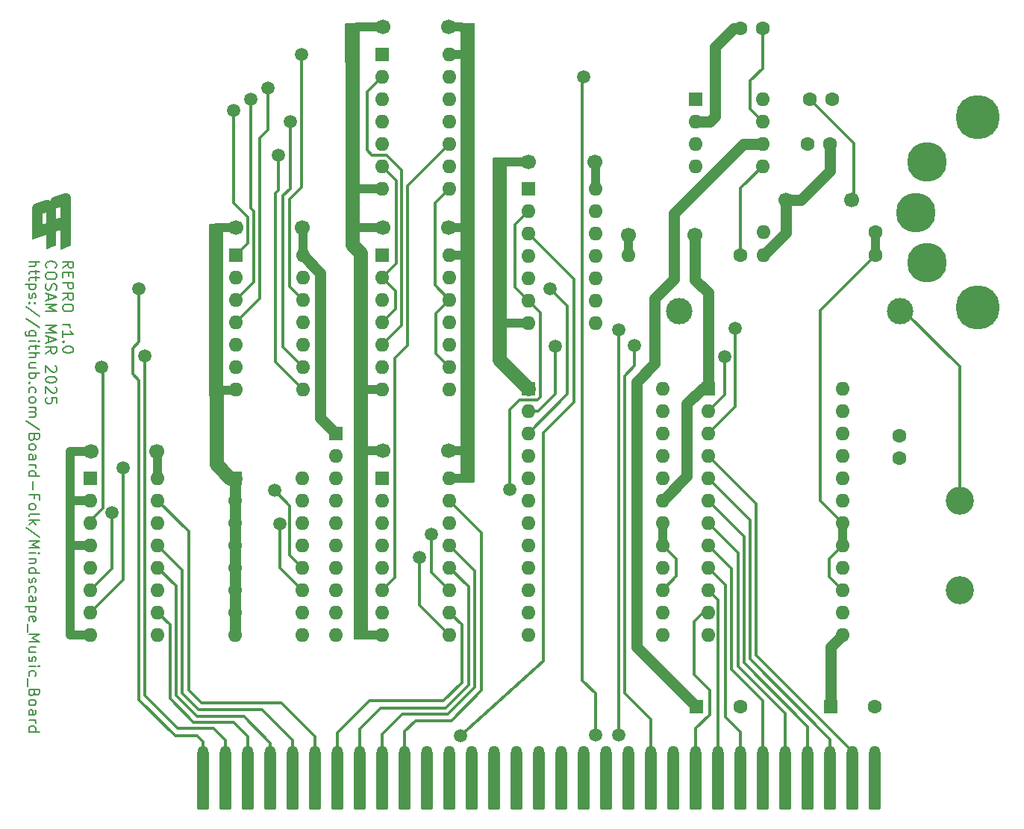
<source format=gtl>
G04 #@! TF.GenerationSoftware,KiCad,Pcbnew,8.0.9*
G04 #@! TF.CreationDate,2025-03-24T20:53:25+01:00*
G04 #@! TF.ProjectId,Mindscape_Music_Board,4d696e64-7363-4617-9065-5f4d75736963,rev?*
G04 #@! TF.SameCoordinates,Original*
G04 #@! TF.FileFunction,Copper,L1,Top*
G04 #@! TF.FilePolarity,Positive*
%FSLAX46Y46*%
G04 Gerber Fmt 4.6, Leading zero omitted, Abs format (unit mm)*
G04 Created by KiCad (PCBNEW 8.0.9) date 2025-03-24 20:53:25*
%MOMM*%
%LPD*%
G01*
G04 APERTURE LIST*
G04 Aperture macros list*
%AMRoundRect*
0 Rectangle with rounded corners*
0 $1 Rounding radius*
0 $2 $3 $4 $5 $6 $7 $8 $9 X,Y pos of 4 corners*
0 Add a 4 corners polygon primitive as box body*
4,1,4,$2,$3,$4,$5,$6,$7,$8,$9,$2,$3,0*
0 Add four circle primitives for the rounded corners*
1,1,$1+$1,$2,$3*
1,1,$1+$1,$4,$5*
1,1,$1+$1,$6,$7*
1,1,$1+$1,$8,$9*
0 Add four rect primitives between the rounded corners*
20,1,$1+$1,$2,$3,$4,$5,0*
20,1,$1+$1,$4,$5,$6,$7,0*
20,1,$1+$1,$6,$7,$8,$9,0*
20,1,$1+$1,$8,$9,$2,$3,0*%
G04 Aperture macros list end*
G04 #@! TA.AperFunction,NonConductor*
%ADD10C,0.000000*%
G04 #@! TD*
%ADD11C,0.200000*%
G04 #@! TA.AperFunction,NonConductor*
%ADD12C,0.200000*%
G04 #@! TD*
G04 #@! TA.AperFunction,ComponentPad*
%ADD13C,1.600000*%
G04 #@! TD*
G04 #@! TA.AperFunction,ComponentPad*
%ADD14R,1.600000X1.600000*%
G04 #@! TD*
G04 #@! TA.AperFunction,ComponentPad*
%ADD15C,5.000000*%
G04 #@! TD*
G04 #@! TA.AperFunction,ComponentPad*
%ADD16C,4.500000*%
G04 #@! TD*
G04 #@! TA.AperFunction,ComponentPad*
%ADD17O,1.600000X1.600000*%
G04 #@! TD*
G04 #@! TA.AperFunction,SMDPad,CuDef*
%ADD18C,1.300000*%
G04 #@! TD*
G04 #@! TA.AperFunction,SMDPad,CuDef*
%ADD19RoundRect,0.065000X-0.585000X-3.235000X0.585000X-3.235000X0.585000X3.235000X-0.585000X3.235000X0*%
G04 #@! TD*
G04 #@! TA.AperFunction,ComponentPad*
%ADD20C,3.200000*%
G04 #@! TD*
G04 #@! TA.AperFunction,ComponentPad*
%ADD21C,1.700000*%
G04 #@! TD*
G04 #@! TA.AperFunction,ComponentPad*
%ADD22C,3.000000*%
G04 #@! TD*
G04 #@! TA.AperFunction,ViaPad*
%ADD23C,1.500000*%
G04 #@! TD*
G04 #@! TA.AperFunction,Conductor*
%ADD24C,0.300000*%
G04 #@! TD*
G04 #@! TA.AperFunction,Conductor*
%ADD25C,1.000000*%
G04 #@! TD*
G04 #@! TA.AperFunction,Conductor*
%ADD26C,1.300000*%
G04 #@! TD*
G04 #@! TA.AperFunction,Conductor*
%ADD27C,1.600000*%
G04 #@! TD*
G04 APERTURE END LIST*
D10*
G04 #@! TA.AperFunction,NonConductor*
G36*
X62673071Y-72818803D02*
G01*
X62704915Y-72822421D01*
X62736248Y-72827823D01*
X62767004Y-72834960D01*
X62797114Y-72843781D01*
X62826513Y-72854233D01*
X62855132Y-72866268D01*
X62882905Y-72879833D01*
X62909764Y-72894878D01*
X62935643Y-72911352D01*
X62960473Y-72929204D01*
X62984188Y-72948383D01*
X63006721Y-72968838D01*
X63028004Y-72990519D01*
X63047971Y-73013374D01*
X63066554Y-73037353D01*
X63083686Y-73062405D01*
X63099299Y-73088478D01*
X63113328Y-73115522D01*
X63125703Y-73143487D01*
X63136360Y-73172320D01*
X63145229Y-73201972D01*
X63152244Y-73232391D01*
X63157338Y-73263526D01*
X63160444Y-73295327D01*
X63161494Y-73327743D01*
X63161494Y-78787720D01*
X61961505Y-79242979D01*
X61961505Y-77007735D01*
X61481504Y-77167726D01*
X61481504Y-78727724D01*
X60957738Y-78962231D01*
X60676946Y-79086998D01*
X60401508Y-79207725D01*
X60401508Y-77530711D01*
X58781514Y-78067733D01*
X58779071Y-75147725D01*
X59911739Y-75147725D01*
X59911739Y-76347745D01*
X60391741Y-76194235D01*
X60391741Y-74994215D01*
X59911739Y-75147725D01*
X58779071Y-75147725D01*
X58778567Y-74544475D01*
X61481504Y-74544475D01*
X61481504Y-75744495D01*
X61961505Y-75590985D01*
X61961505Y-74390965D01*
X61481504Y-74544475D01*
X58778567Y-74544475D01*
X58778506Y-74471735D01*
X58778986Y-74451698D01*
X58780410Y-74431767D01*
X58782753Y-74411966D01*
X58785990Y-74392315D01*
X58790096Y-74372837D01*
X58795047Y-74353553D01*
X58800817Y-74334486D01*
X58807381Y-74315656D01*
X58814714Y-74297085D01*
X58822793Y-74278796D01*
X58831591Y-74260811D01*
X58841083Y-74243150D01*
X58851246Y-74225836D01*
X58862053Y-74208891D01*
X58873481Y-74192336D01*
X58885504Y-74176193D01*
X58911235Y-74145231D01*
X58939048Y-74116179D01*
X58968744Y-74089211D01*
X59000122Y-74064501D01*
X59032985Y-74042225D01*
X59049910Y-74032053D01*
X59067132Y-74022555D01*
X59084625Y-74013752D01*
X59102365Y-74005666D01*
X59120326Y-73998320D01*
X59138484Y-73991734D01*
X60294227Y-73583541D01*
X60315925Y-73576211D01*
X60337512Y-73569593D01*
X60358970Y-73563702D01*
X60380276Y-73558556D01*
X60391741Y-73556178D01*
X60401412Y-73554171D01*
X60422356Y-73550564D01*
X60443090Y-73547750D01*
X60463592Y-73545747D01*
X60483842Y-73544572D01*
X60503820Y-73544240D01*
X60523506Y-73544769D01*
X60542880Y-73546174D01*
X60561921Y-73548473D01*
X60580609Y-73551682D01*
X60598924Y-73555817D01*
X60616846Y-73560895D01*
X60634354Y-73566933D01*
X60651428Y-73573947D01*
X60668049Y-73581954D01*
X60684195Y-73590970D01*
X60699847Y-73601011D01*
X60714985Y-73612095D01*
X60729587Y-73624238D01*
X60743635Y-73637456D01*
X60757107Y-73651766D01*
X60769984Y-73667185D01*
X60782245Y-73683728D01*
X60793869Y-73701414D01*
X60804838Y-73720257D01*
X60815131Y-73740275D01*
X60824726Y-73761484D01*
X60833605Y-73783901D01*
X60835021Y-73756977D01*
X60837063Y-73730912D01*
X60839722Y-73705695D01*
X60842988Y-73681314D01*
X60846852Y-73657757D01*
X60851305Y-73635011D01*
X60856336Y-73613065D01*
X60861937Y-73591907D01*
X60868098Y-73571524D01*
X60874809Y-73551904D01*
X60882061Y-73533036D01*
X60889845Y-73514907D01*
X60898151Y-73497505D01*
X60906968Y-73480819D01*
X60916289Y-73464835D01*
X60926104Y-73449543D01*
X60936402Y-73434929D01*
X60947174Y-73420982D01*
X60958412Y-73407690D01*
X60970105Y-73395040D01*
X60982244Y-73383022D01*
X60994819Y-73371622D01*
X61007821Y-73360828D01*
X61021241Y-73350629D01*
X61035068Y-73341012D01*
X61049294Y-73331965D01*
X61063909Y-73323477D01*
X61078904Y-73315534D01*
X61094268Y-73308126D01*
X61109993Y-73301240D01*
X61142485Y-73288986D01*
X61961505Y-73010786D01*
X62441507Y-72847741D01*
X62475045Y-72837438D01*
X62508542Y-72829275D01*
X62541932Y-72823203D01*
X62575146Y-72819171D01*
X62608119Y-72817128D01*
X62640783Y-72817022D01*
X62673071Y-72818803D01*
G37*
G04 #@! TD.AperFunction*
D11*
D12*
X62251123Y-81293482D02*
X62822551Y-80876816D01*
X62251123Y-80579197D02*
X63451123Y-80579197D01*
X63451123Y-80579197D02*
X63451123Y-81055387D01*
X63451123Y-81055387D02*
X63393980Y-81174435D01*
X63393980Y-81174435D02*
X63336837Y-81233958D01*
X63336837Y-81233958D02*
X63222551Y-81293482D01*
X63222551Y-81293482D02*
X63051123Y-81293482D01*
X63051123Y-81293482D02*
X62936837Y-81233958D01*
X62936837Y-81233958D02*
X62879694Y-81174435D01*
X62879694Y-81174435D02*
X62822551Y-81055387D01*
X62822551Y-81055387D02*
X62822551Y-80579197D01*
X62879694Y-81829197D02*
X62879694Y-82245863D01*
X62251123Y-82424435D02*
X62251123Y-81829197D01*
X62251123Y-81829197D02*
X63451123Y-81829197D01*
X63451123Y-81829197D02*
X63451123Y-82424435D01*
X62251123Y-82960149D02*
X63451123Y-82960149D01*
X63451123Y-82960149D02*
X63451123Y-83436339D01*
X63451123Y-83436339D02*
X63393980Y-83555387D01*
X63393980Y-83555387D02*
X63336837Y-83614910D01*
X63336837Y-83614910D02*
X63222551Y-83674434D01*
X63222551Y-83674434D02*
X63051123Y-83674434D01*
X63051123Y-83674434D02*
X62936837Y-83614910D01*
X62936837Y-83614910D02*
X62879694Y-83555387D01*
X62879694Y-83555387D02*
X62822551Y-83436339D01*
X62822551Y-83436339D02*
X62822551Y-82960149D01*
X62251123Y-84924434D02*
X62822551Y-84507768D01*
X62251123Y-84210149D02*
X63451123Y-84210149D01*
X63451123Y-84210149D02*
X63451123Y-84686339D01*
X63451123Y-84686339D02*
X63393980Y-84805387D01*
X63393980Y-84805387D02*
X63336837Y-84864910D01*
X63336837Y-84864910D02*
X63222551Y-84924434D01*
X63222551Y-84924434D02*
X63051123Y-84924434D01*
X63051123Y-84924434D02*
X62936837Y-84864910D01*
X62936837Y-84864910D02*
X62879694Y-84805387D01*
X62879694Y-84805387D02*
X62822551Y-84686339D01*
X62822551Y-84686339D02*
X62822551Y-84210149D01*
X63451123Y-85698244D02*
X63451123Y-85936339D01*
X63451123Y-85936339D02*
X63393980Y-86055387D01*
X63393980Y-86055387D02*
X63279694Y-86174434D01*
X63279694Y-86174434D02*
X63051123Y-86233958D01*
X63051123Y-86233958D02*
X62651123Y-86233958D01*
X62651123Y-86233958D02*
X62422551Y-86174434D01*
X62422551Y-86174434D02*
X62308266Y-86055387D01*
X62308266Y-86055387D02*
X62251123Y-85936339D01*
X62251123Y-85936339D02*
X62251123Y-85698244D01*
X62251123Y-85698244D02*
X62308266Y-85579196D01*
X62308266Y-85579196D02*
X62422551Y-85460149D01*
X62422551Y-85460149D02*
X62651123Y-85400625D01*
X62651123Y-85400625D02*
X63051123Y-85400625D01*
X63051123Y-85400625D02*
X63279694Y-85460149D01*
X63279694Y-85460149D02*
X63393980Y-85579196D01*
X63393980Y-85579196D02*
X63451123Y-85698244D01*
X62251123Y-87722054D02*
X63051123Y-87722054D01*
X62822551Y-87722054D02*
X62936837Y-87781577D01*
X62936837Y-87781577D02*
X62993980Y-87841101D01*
X62993980Y-87841101D02*
X63051123Y-87960149D01*
X63051123Y-87960149D02*
X63051123Y-88079196D01*
X62251123Y-89150625D02*
X62251123Y-88436340D01*
X62251123Y-88793483D02*
X63451123Y-88793483D01*
X63451123Y-88793483D02*
X63279694Y-88674435D01*
X63279694Y-88674435D02*
X63165408Y-88555387D01*
X63165408Y-88555387D02*
X63108266Y-88436340D01*
X62365408Y-89686340D02*
X62308266Y-89745863D01*
X62308266Y-89745863D02*
X62251123Y-89686340D01*
X62251123Y-89686340D02*
X62308266Y-89626816D01*
X62308266Y-89626816D02*
X62365408Y-89686340D01*
X62365408Y-89686340D02*
X62251123Y-89686340D01*
X63451123Y-90519673D02*
X63451123Y-90638720D01*
X63451123Y-90638720D02*
X63393980Y-90757768D01*
X63393980Y-90757768D02*
X63336837Y-90817292D01*
X63336837Y-90817292D02*
X63222551Y-90876816D01*
X63222551Y-90876816D02*
X62993980Y-90936339D01*
X62993980Y-90936339D02*
X62708266Y-90936339D01*
X62708266Y-90936339D02*
X62479694Y-90876816D01*
X62479694Y-90876816D02*
X62365408Y-90817292D01*
X62365408Y-90817292D02*
X62308266Y-90757768D01*
X62308266Y-90757768D02*
X62251123Y-90638720D01*
X62251123Y-90638720D02*
X62251123Y-90519673D01*
X62251123Y-90519673D02*
X62308266Y-90400625D01*
X62308266Y-90400625D02*
X62365408Y-90341101D01*
X62365408Y-90341101D02*
X62479694Y-90281578D01*
X62479694Y-90281578D02*
X62708266Y-90222054D01*
X62708266Y-90222054D02*
X62993980Y-90222054D01*
X62993980Y-90222054D02*
X63222551Y-90281578D01*
X63222551Y-90281578D02*
X63336837Y-90341101D01*
X63336837Y-90341101D02*
X63393980Y-90400625D01*
X63393980Y-90400625D02*
X63451123Y-90519673D01*
X60433475Y-81293482D02*
X60376333Y-81233958D01*
X60376333Y-81233958D02*
X60319190Y-81055387D01*
X60319190Y-81055387D02*
X60319190Y-80936339D01*
X60319190Y-80936339D02*
X60376333Y-80757768D01*
X60376333Y-80757768D02*
X60490618Y-80638720D01*
X60490618Y-80638720D02*
X60604904Y-80579197D01*
X60604904Y-80579197D02*
X60833475Y-80519673D01*
X60833475Y-80519673D02*
X61004904Y-80519673D01*
X61004904Y-80519673D02*
X61233475Y-80579197D01*
X61233475Y-80579197D02*
X61347761Y-80638720D01*
X61347761Y-80638720D02*
X61462047Y-80757768D01*
X61462047Y-80757768D02*
X61519190Y-80936339D01*
X61519190Y-80936339D02*
X61519190Y-81055387D01*
X61519190Y-81055387D02*
X61462047Y-81233958D01*
X61462047Y-81233958D02*
X61404904Y-81293482D01*
X61519190Y-82067292D02*
X61519190Y-82305387D01*
X61519190Y-82305387D02*
X61462047Y-82424435D01*
X61462047Y-82424435D02*
X61347761Y-82543482D01*
X61347761Y-82543482D02*
X61119190Y-82603006D01*
X61119190Y-82603006D02*
X60719190Y-82603006D01*
X60719190Y-82603006D02*
X60490618Y-82543482D01*
X60490618Y-82543482D02*
X60376333Y-82424435D01*
X60376333Y-82424435D02*
X60319190Y-82305387D01*
X60319190Y-82305387D02*
X60319190Y-82067292D01*
X60319190Y-82067292D02*
X60376333Y-81948244D01*
X60376333Y-81948244D02*
X60490618Y-81829197D01*
X60490618Y-81829197D02*
X60719190Y-81769673D01*
X60719190Y-81769673D02*
X61119190Y-81769673D01*
X61119190Y-81769673D02*
X61347761Y-81829197D01*
X61347761Y-81829197D02*
X61462047Y-81948244D01*
X61462047Y-81948244D02*
X61519190Y-82067292D01*
X60376333Y-83079197D02*
X60319190Y-83257768D01*
X60319190Y-83257768D02*
X60319190Y-83555387D01*
X60319190Y-83555387D02*
X60376333Y-83674435D01*
X60376333Y-83674435D02*
X60433475Y-83733959D01*
X60433475Y-83733959D02*
X60547761Y-83793482D01*
X60547761Y-83793482D02*
X60662047Y-83793482D01*
X60662047Y-83793482D02*
X60776333Y-83733959D01*
X60776333Y-83733959D02*
X60833475Y-83674435D01*
X60833475Y-83674435D02*
X60890618Y-83555387D01*
X60890618Y-83555387D02*
X60947761Y-83317292D01*
X60947761Y-83317292D02*
X61004904Y-83198244D01*
X61004904Y-83198244D02*
X61062047Y-83138721D01*
X61062047Y-83138721D02*
X61176333Y-83079197D01*
X61176333Y-83079197D02*
X61290618Y-83079197D01*
X61290618Y-83079197D02*
X61404904Y-83138721D01*
X61404904Y-83138721D02*
X61462047Y-83198244D01*
X61462047Y-83198244D02*
X61519190Y-83317292D01*
X61519190Y-83317292D02*
X61519190Y-83614911D01*
X61519190Y-83614911D02*
X61462047Y-83793482D01*
X60662047Y-84269673D02*
X60662047Y-84864911D01*
X60319190Y-84150625D02*
X61519190Y-84567292D01*
X61519190Y-84567292D02*
X60319190Y-84983958D01*
X60319190Y-85400626D02*
X61519190Y-85400626D01*
X61519190Y-85400626D02*
X60662047Y-85817292D01*
X60662047Y-85817292D02*
X61519190Y-86233959D01*
X61519190Y-86233959D02*
X60319190Y-86233959D01*
X60319190Y-87781578D02*
X61519190Y-87781578D01*
X61519190Y-87781578D02*
X60662047Y-88198244D01*
X60662047Y-88198244D02*
X61519190Y-88614911D01*
X61519190Y-88614911D02*
X60319190Y-88614911D01*
X60662047Y-89150625D02*
X60662047Y-89745863D01*
X60319190Y-89031577D02*
X61519190Y-89448244D01*
X61519190Y-89448244D02*
X60319190Y-89864910D01*
X60319190Y-90995863D02*
X60890618Y-90579197D01*
X60319190Y-90281578D02*
X61519190Y-90281578D01*
X61519190Y-90281578D02*
X61519190Y-90757768D01*
X61519190Y-90757768D02*
X61462047Y-90876816D01*
X61462047Y-90876816D02*
X61404904Y-90936339D01*
X61404904Y-90936339D02*
X61290618Y-90995863D01*
X61290618Y-90995863D02*
X61119190Y-90995863D01*
X61119190Y-90995863D02*
X61004904Y-90936339D01*
X61004904Y-90936339D02*
X60947761Y-90876816D01*
X60947761Y-90876816D02*
X60890618Y-90757768D01*
X60890618Y-90757768D02*
X60890618Y-90281578D01*
X61404904Y-92424435D02*
X61462047Y-92483959D01*
X61462047Y-92483959D02*
X61519190Y-92603006D01*
X61519190Y-92603006D02*
X61519190Y-92900625D01*
X61519190Y-92900625D02*
X61462047Y-93019673D01*
X61462047Y-93019673D02*
X61404904Y-93079197D01*
X61404904Y-93079197D02*
X61290618Y-93138720D01*
X61290618Y-93138720D02*
X61176333Y-93138720D01*
X61176333Y-93138720D02*
X61004904Y-93079197D01*
X61004904Y-93079197D02*
X60319190Y-92364911D01*
X60319190Y-92364911D02*
X60319190Y-93138720D01*
X61519190Y-93912530D02*
X61519190Y-94031577D01*
X61519190Y-94031577D02*
X61462047Y-94150625D01*
X61462047Y-94150625D02*
X61404904Y-94210149D01*
X61404904Y-94210149D02*
X61290618Y-94269673D01*
X61290618Y-94269673D02*
X61062047Y-94329196D01*
X61062047Y-94329196D02*
X60776333Y-94329196D01*
X60776333Y-94329196D02*
X60547761Y-94269673D01*
X60547761Y-94269673D02*
X60433475Y-94210149D01*
X60433475Y-94210149D02*
X60376333Y-94150625D01*
X60376333Y-94150625D02*
X60319190Y-94031577D01*
X60319190Y-94031577D02*
X60319190Y-93912530D01*
X60319190Y-93912530D02*
X60376333Y-93793482D01*
X60376333Y-93793482D02*
X60433475Y-93733958D01*
X60433475Y-93733958D02*
X60547761Y-93674435D01*
X60547761Y-93674435D02*
X60776333Y-93614911D01*
X60776333Y-93614911D02*
X61062047Y-93614911D01*
X61062047Y-93614911D02*
X61290618Y-93674435D01*
X61290618Y-93674435D02*
X61404904Y-93733958D01*
X61404904Y-93733958D02*
X61462047Y-93793482D01*
X61462047Y-93793482D02*
X61519190Y-93912530D01*
X61404904Y-94805387D02*
X61462047Y-94864911D01*
X61462047Y-94864911D02*
X61519190Y-94983958D01*
X61519190Y-94983958D02*
X61519190Y-95281577D01*
X61519190Y-95281577D02*
X61462047Y-95400625D01*
X61462047Y-95400625D02*
X61404904Y-95460149D01*
X61404904Y-95460149D02*
X61290618Y-95519672D01*
X61290618Y-95519672D02*
X61176333Y-95519672D01*
X61176333Y-95519672D02*
X61004904Y-95460149D01*
X61004904Y-95460149D02*
X60319190Y-94745863D01*
X60319190Y-94745863D02*
X60319190Y-95519672D01*
X61519190Y-96650625D02*
X61519190Y-96055387D01*
X61519190Y-96055387D02*
X60947761Y-95995863D01*
X60947761Y-95995863D02*
X61004904Y-96055387D01*
X61004904Y-96055387D02*
X61062047Y-96174434D01*
X61062047Y-96174434D02*
X61062047Y-96472053D01*
X61062047Y-96472053D02*
X61004904Y-96591101D01*
X61004904Y-96591101D02*
X60947761Y-96650625D01*
X60947761Y-96650625D02*
X60833475Y-96710148D01*
X60833475Y-96710148D02*
X60547761Y-96710148D01*
X60547761Y-96710148D02*
X60433475Y-96650625D01*
X60433475Y-96650625D02*
X60376333Y-96591101D01*
X60376333Y-96591101D02*
X60319190Y-96472053D01*
X60319190Y-96472053D02*
X60319190Y-96174434D01*
X60319190Y-96174434D02*
X60376333Y-96055387D01*
X60376333Y-96055387D02*
X60433475Y-95995863D01*
X58387257Y-80579197D02*
X59587257Y-80579197D01*
X58387257Y-81114911D02*
X59015828Y-81114911D01*
X59015828Y-81114911D02*
X59130114Y-81055387D01*
X59130114Y-81055387D02*
X59187257Y-80936339D01*
X59187257Y-80936339D02*
X59187257Y-80757768D01*
X59187257Y-80757768D02*
X59130114Y-80638720D01*
X59130114Y-80638720D02*
X59072971Y-80579197D01*
X59187257Y-81531577D02*
X59187257Y-82007768D01*
X59587257Y-81710149D02*
X58558685Y-81710149D01*
X58558685Y-81710149D02*
X58444400Y-81769672D01*
X58444400Y-81769672D02*
X58387257Y-81888720D01*
X58387257Y-81888720D02*
X58387257Y-82007768D01*
X59187257Y-82245863D02*
X59187257Y-82722054D01*
X59587257Y-82424435D02*
X58558685Y-82424435D01*
X58558685Y-82424435D02*
X58444400Y-82483958D01*
X58444400Y-82483958D02*
X58387257Y-82603006D01*
X58387257Y-82603006D02*
X58387257Y-82722054D01*
X59187257Y-83138721D02*
X57987257Y-83138721D01*
X59130114Y-83138721D02*
X59187257Y-83257768D01*
X59187257Y-83257768D02*
X59187257Y-83495863D01*
X59187257Y-83495863D02*
X59130114Y-83614911D01*
X59130114Y-83614911D02*
X59072971Y-83674435D01*
X59072971Y-83674435D02*
X58958685Y-83733959D01*
X58958685Y-83733959D02*
X58615828Y-83733959D01*
X58615828Y-83733959D02*
X58501542Y-83674435D01*
X58501542Y-83674435D02*
X58444400Y-83614911D01*
X58444400Y-83614911D02*
X58387257Y-83495863D01*
X58387257Y-83495863D02*
X58387257Y-83257768D01*
X58387257Y-83257768D02*
X58444400Y-83138721D01*
X58444400Y-84210149D02*
X58387257Y-84329196D01*
X58387257Y-84329196D02*
X58387257Y-84567292D01*
X58387257Y-84567292D02*
X58444400Y-84686339D01*
X58444400Y-84686339D02*
X58558685Y-84745863D01*
X58558685Y-84745863D02*
X58615828Y-84745863D01*
X58615828Y-84745863D02*
X58730114Y-84686339D01*
X58730114Y-84686339D02*
X58787257Y-84567292D01*
X58787257Y-84567292D02*
X58787257Y-84388720D01*
X58787257Y-84388720D02*
X58844400Y-84269673D01*
X58844400Y-84269673D02*
X58958685Y-84210149D01*
X58958685Y-84210149D02*
X59015828Y-84210149D01*
X59015828Y-84210149D02*
X59130114Y-84269673D01*
X59130114Y-84269673D02*
X59187257Y-84388720D01*
X59187257Y-84388720D02*
X59187257Y-84567292D01*
X59187257Y-84567292D02*
X59130114Y-84686339D01*
X58501542Y-85281578D02*
X58444400Y-85341101D01*
X58444400Y-85341101D02*
X58387257Y-85281578D01*
X58387257Y-85281578D02*
X58444400Y-85222054D01*
X58444400Y-85222054D02*
X58501542Y-85281578D01*
X58501542Y-85281578D02*
X58387257Y-85281578D01*
X59130114Y-85281578D02*
X59072971Y-85341101D01*
X59072971Y-85341101D02*
X59015828Y-85281578D01*
X59015828Y-85281578D02*
X59072971Y-85222054D01*
X59072971Y-85222054D02*
X59130114Y-85281578D01*
X59130114Y-85281578D02*
X59015828Y-85281578D01*
X59644400Y-86769673D02*
X58101542Y-85698244D01*
X59644400Y-88079197D02*
X58101542Y-87007768D01*
X59187257Y-89031578D02*
X58215828Y-89031578D01*
X58215828Y-89031578D02*
X58101542Y-88972054D01*
X58101542Y-88972054D02*
X58044400Y-88912530D01*
X58044400Y-88912530D02*
X57987257Y-88793483D01*
X57987257Y-88793483D02*
X57987257Y-88614911D01*
X57987257Y-88614911D02*
X58044400Y-88495864D01*
X58444400Y-89031578D02*
X58387257Y-88912530D01*
X58387257Y-88912530D02*
X58387257Y-88674435D01*
X58387257Y-88674435D02*
X58444400Y-88555387D01*
X58444400Y-88555387D02*
X58501542Y-88495864D01*
X58501542Y-88495864D02*
X58615828Y-88436340D01*
X58615828Y-88436340D02*
X58958685Y-88436340D01*
X58958685Y-88436340D02*
X59072971Y-88495864D01*
X59072971Y-88495864D02*
X59130114Y-88555387D01*
X59130114Y-88555387D02*
X59187257Y-88674435D01*
X59187257Y-88674435D02*
X59187257Y-88912530D01*
X59187257Y-88912530D02*
X59130114Y-89031578D01*
X58387257Y-89626816D02*
X59187257Y-89626816D01*
X59587257Y-89626816D02*
X59530114Y-89567292D01*
X59530114Y-89567292D02*
X59472971Y-89626816D01*
X59472971Y-89626816D02*
X59530114Y-89686339D01*
X59530114Y-89686339D02*
X59587257Y-89626816D01*
X59587257Y-89626816D02*
X59472971Y-89626816D01*
X59187257Y-90043482D02*
X59187257Y-90519673D01*
X59587257Y-90222054D02*
X58558685Y-90222054D01*
X58558685Y-90222054D02*
X58444400Y-90281577D01*
X58444400Y-90281577D02*
X58387257Y-90400625D01*
X58387257Y-90400625D02*
X58387257Y-90519673D01*
X58387257Y-90936340D02*
X59587257Y-90936340D01*
X58387257Y-91472054D02*
X59015828Y-91472054D01*
X59015828Y-91472054D02*
X59130114Y-91412530D01*
X59130114Y-91412530D02*
X59187257Y-91293482D01*
X59187257Y-91293482D02*
X59187257Y-91114911D01*
X59187257Y-91114911D02*
X59130114Y-90995863D01*
X59130114Y-90995863D02*
X59072971Y-90936340D01*
X59187257Y-92603006D02*
X58387257Y-92603006D01*
X59187257Y-92067292D02*
X58558685Y-92067292D01*
X58558685Y-92067292D02*
X58444400Y-92126815D01*
X58444400Y-92126815D02*
X58387257Y-92245863D01*
X58387257Y-92245863D02*
X58387257Y-92424434D01*
X58387257Y-92424434D02*
X58444400Y-92543482D01*
X58444400Y-92543482D02*
X58501542Y-92603006D01*
X58387257Y-93198244D02*
X59587257Y-93198244D01*
X59130114Y-93198244D02*
X59187257Y-93317291D01*
X59187257Y-93317291D02*
X59187257Y-93555386D01*
X59187257Y-93555386D02*
X59130114Y-93674434D01*
X59130114Y-93674434D02*
X59072971Y-93733958D01*
X59072971Y-93733958D02*
X58958685Y-93793482D01*
X58958685Y-93793482D02*
X58615828Y-93793482D01*
X58615828Y-93793482D02*
X58501542Y-93733958D01*
X58501542Y-93733958D02*
X58444400Y-93674434D01*
X58444400Y-93674434D02*
X58387257Y-93555386D01*
X58387257Y-93555386D02*
X58387257Y-93317291D01*
X58387257Y-93317291D02*
X58444400Y-93198244D01*
X58501542Y-94329196D02*
X58444400Y-94388719D01*
X58444400Y-94388719D02*
X58387257Y-94329196D01*
X58387257Y-94329196D02*
X58444400Y-94269672D01*
X58444400Y-94269672D02*
X58501542Y-94329196D01*
X58501542Y-94329196D02*
X58387257Y-94329196D01*
X58444400Y-95460148D02*
X58387257Y-95341100D01*
X58387257Y-95341100D02*
X58387257Y-95103005D01*
X58387257Y-95103005D02*
X58444400Y-94983957D01*
X58444400Y-94983957D02*
X58501542Y-94924434D01*
X58501542Y-94924434D02*
X58615828Y-94864910D01*
X58615828Y-94864910D02*
X58958685Y-94864910D01*
X58958685Y-94864910D02*
X59072971Y-94924434D01*
X59072971Y-94924434D02*
X59130114Y-94983957D01*
X59130114Y-94983957D02*
X59187257Y-95103005D01*
X59187257Y-95103005D02*
X59187257Y-95341100D01*
X59187257Y-95341100D02*
X59130114Y-95460148D01*
X58387257Y-96174434D02*
X58444400Y-96055386D01*
X58444400Y-96055386D02*
X58501542Y-95995863D01*
X58501542Y-95995863D02*
X58615828Y-95936339D01*
X58615828Y-95936339D02*
X58958685Y-95936339D01*
X58958685Y-95936339D02*
X59072971Y-95995863D01*
X59072971Y-95995863D02*
X59130114Y-96055386D01*
X59130114Y-96055386D02*
X59187257Y-96174434D01*
X59187257Y-96174434D02*
X59187257Y-96353005D01*
X59187257Y-96353005D02*
X59130114Y-96472053D01*
X59130114Y-96472053D02*
X59072971Y-96531577D01*
X59072971Y-96531577D02*
X58958685Y-96591101D01*
X58958685Y-96591101D02*
X58615828Y-96591101D01*
X58615828Y-96591101D02*
X58501542Y-96531577D01*
X58501542Y-96531577D02*
X58444400Y-96472053D01*
X58444400Y-96472053D02*
X58387257Y-96353005D01*
X58387257Y-96353005D02*
X58387257Y-96174434D01*
X58387257Y-97126815D02*
X59187257Y-97126815D01*
X59072971Y-97126815D02*
X59130114Y-97186338D01*
X59130114Y-97186338D02*
X59187257Y-97305386D01*
X59187257Y-97305386D02*
X59187257Y-97483957D01*
X59187257Y-97483957D02*
X59130114Y-97603005D01*
X59130114Y-97603005D02*
X59015828Y-97662529D01*
X59015828Y-97662529D02*
X58387257Y-97662529D01*
X59015828Y-97662529D02*
X59130114Y-97722053D01*
X59130114Y-97722053D02*
X59187257Y-97841100D01*
X59187257Y-97841100D02*
X59187257Y-98019672D01*
X59187257Y-98019672D02*
X59130114Y-98138719D01*
X59130114Y-98138719D02*
X59015828Y-98198243D01*
X59015828Y-98198243D02*
X58387257Y-98198243D01*
X59644400Y-99686339D02*
X58101542Y-98614910D01*
X59015828Y-100519672D02*
X58958685Y-100698244D01*
X58958685Y-100698244D02*
X58901542Y-100757767D01*
X58901542Y-100757767D02*
X58787257Y-100817291D01*
X58787257Y-100817291D02*
X58615828Y-100817291D01*
X58615828Y-100817291D02*
X58501542Y-100757767D01*
X58501542Y-100757767D02*
X58444400Y-100698244D01*
X58444400Y-100698244D02*
X58387257Y-100579196D01*
X58387257Y-100579196D02*
X58387257Y-100103006D01*
X58387257Y-100103006D02*
X59587257Y-100103006D01*
X59587257Y-100103006D02*
X59587257Y-100519672D01*
X59587257Y-100519672D02*
X59530114Y-100638720D01*
X59530114Y-100638720D02*
X59472971Y-100698244D01*
X59472971Y-100698244D02*
X59358685Y-100757767D01*
X59358685Y-100757767D02*
X59244400Y-100757767D01*
X59244400Y-100757767D02*
X59130114Y-100698244D01*
X59130114Y-100698244D02*
X59072971Y-100638720D01*
X59072971Y-100638720D02*
X59015828Y-100519672D01*
X59015828Y-100519672D02*
X59015828Y-100103006D01*
X58387257Y-101531577D02*
X58444400Y-101412529D01*
X58444400Y-101412529D02*
X58501542Y-101353006D01*
X58501542Y-101353006D02*
X58615828Y-101293482D01*
X58615828Y-101293482D02*
X58958685Y-101293482D01*
X58958685Y-101293482D02*
X59072971Y-101353006D01*
X59072971Y-101353006D02*
X59130114Y-101412529D01*
X59130114Y-101412529D02*
X59187257Y-101531577D01*
X59187257Y-101531577D02*
X59187257Y-101710148D01*
X59187257Y-101710148D02*
X59130114Y-101829196D01*
X59130114Y-101829196D02*
X59072971Y-101888720D01*
X59072971Y-101888720D02*
X58958685Y-101948244D01*
X58958685Y-101948244D02*
X58615828Y-101948244D01*
X58615828Y-101948244D02*
X58501542Y-101888720D01*
X58501542Y-101888720D02*
X58444400Y-101829196D01*
X58444400Y-101829196D02*
X58387257Y-101710148D01*
X58387257Y-101710148D02*
X58387257Y-101531577D01*
X58387257Y-103019672D02*
X59015828Y-103019672D01*
X59015828Y-103019672D02*
X59130114Y-102960148D01*
X59130114Y-102960148D02*
X59187257Y-102841100D01*
X59187257Y-102841100D02*
X59187257Y-102603005D01*
X59187257Y-102603005D02*
X59130114Y-102483958D01*
X58444400Y-103019672D02*
X58387257Y-102900624D01*
X58387257Y-102900624D02*
X58387257Y-102603005D01*
X58387257Y-102603005D02*
X58444400Y-102483958D01*
X58444400Y-102483958D02*
X58558685Y-102424434D01*
X58558685Y-102424434D02*
X58672971Y-102424434D01*
X58672971Y-102424434D02*
X58787257Y-102483958D01*
X58787257Y-102483958D02*
X58844400Y-102603005D01*
X58844400Y-102603005D02*
X58844400Y-102900624D01*
X58844400Y-102900624D02*
X58901542Y-103019672D01*
X58387257Y-103614910D02*
X59187257Y-103614910D01*
X58958685Y-103614910D02*
X59072971Y-103674433D01*
X59072971Y-103674433D02*
X59130114Y-103733957D01*
X59130114Y-103733957D02*
X59187257Y-103853005D01*
X59187257Y-103853005D02*
X59187257Y-103972052D01*
X58387257Y-104924434D02*
X59587257Y-104924434D01*
X58444400Y-104924434D02*
X58387257Y-104805386D01*
X58387257Y-104805386D02*
X58387257Y-104567291D01*
X58387257Y-104567291D02*
X58444400Y-104448243D01*
X58444400Y-104448243D02*
X58501542Y-104388720D01*
X58501542Y-104388720D02*
X58615828Y-104329196D01*
X58615828Y-104329196D02*
X58958685Y-104329196D01*
X58958685Y-104329196D02*
X59072971Y-104388720D01*
X59072971Y-104388720D02*
X59130114Y-104448243D01*
X59130114Y-104448243D02*
X59187257Y-104567291D01*
X59187257Y-104567291D02*
X59187257Y-104805386D01*
X59187257Y-104805386D02*
X59130114Y-104924434D01*
X58844400Y-105519672D02*
X58844400Y-106472053D01*
X59015828Y-107483957D02*
X59015828Y-107067291D01*
X58387257Y-107067291D02*
X59587257Y-107067291D01*
X59587257Y-107067291D02*
X59587257Y-107662529D01*
X58387257Y-108317291D02*
X58444400Y-108198243D01*
X58444400Y-108198243D02*
X58501542Y-108138720D01*
X58501542Y-108138720D02*
X58615828Y-108079196D01*
X58615828Y-108079196D02*
X58958685Y-108079196D01*
X58958685Y-108079196D02*
X59072971Y-108138720D01*
X59072971Y-108138720D02*
X59130114Y-108198243D01*
X59130114Y-108198243D02*
X59187257Y-108317291D01*
X59187257Y-108317291D02*
X59187257Y-108495862D01*
X59187257Y-108495862D02*
X59130114Y-108614910D01*
X59130114Y-108614910D02*
X59072971Y-108674434D01*
X59072971Y-108674434D02*
X58958685Y-108733958D01*
X58958685Y-108733958D02*
X58615828Y-108733958D01*
X58615828Y-108733958D02*
X58501542Y-108674434D01*
X58501542Y-108674434D02*
X58444400Y-108614910D01*
X58444400Y-108614910D02*
X58387257Y-108495862D01*
X58387257Y-108495862D02*
X58387257Y-108317291D01*
X58387257Y-109448243D02*
X58444400Y-109329195D01*
X58444400Y-109329195D02*
X58558685Y-109269672D01*
X58558685Y-109269672D02*
X59587257Y-109269672D01*
X58387257Y-109924434D02*
X59587257Y-109924434D01*
X58844400Y-110043481D02*
X58387257Y-110400624D01*
X59187257Y-110400624D02*
X58730114Y-109924434D01*
X59644400Y-111829196D02*
X58101542Y-110757767D01*
X58387257Y-112245863D02*
X59587257Y-112245863D01*
X59587257Y-112245863D02*
X58730114Y-112662529D01*
X58730114Y-112662529D02*
X59587257Y-113079196D01*
X59587257Y-113079196D02*
X58387257Y-113079196D01*
X58387257Y-113674434D02*
X59187257Y-113674434D01*
X59587257Y-113674434D02*
X59530114Y-113614910D01*
X59530114Y-113614910D02*
X59472971Y-113674434D01*
X59472971Y-113674434D02*
X59530114Y-113733957D01*
X59530114Y-113733957D02*
X59587257Y-113674434D01*
X59587257Y-113674434D02*
X59472971Y-113674434D01*
X59187257Y-114269672D02*
X58387257Y-114269672D01*
X59072971Y-114269672D02*
X59130114Y-114329195D01*
X59130114Y-114329195D02*
X59187257Y-114448243D01*
X59187257Y-114448243D02*
X59187257Y-114626814D01*
X59187257Y-114626814D02*
X59130114Y-114745862D01*
X59130114Y-114745862D02*
X59015828Y-114805386D01*
X59015828Y-114805386D02*
X58387257Y-114805386D01*
X58387257Y-115936338D02*
X59587257Y-115936338D01*
X58444400Y-115936338D02*
X58387257Y-115817290D01*
X58387257Y-115817290D02*
X58387257Y-115579195D01*
X58387257Y-115579195D02*
X58444400Y-115460147D01*
X58444400Y-115460147D02*
X58501542Y-115400624D01*
X58501542Y-115400624D02*
X58615828Y-115341100D01*
X58615828Y-115341100D02*
X58958685Y-115341100D01*
X58958685Y-115341100D02*
X59072971Y-115400624D01*
X59072971Y-115400624D02*
X59130114Y-115460147D01*
X59130114Y-115460147D02*
X59187257Y-115579195D01*
X59187257Y-115579195D02*
X59187257Y-115817290D01*
X59187257Y-115817290D02*
X59130114Y-115936338D01*
X58444400Y-116472052D02*
X58387257Y-116591099D01*
X58387257Y-116591099D02*
X58387257Y-116829195D01*
X58387257Y-116829195D02*
X58444400Y-116948242D01*
X58444400Y-116948242D02*
X58558685Y-117007766D01*
X58558685Y-117007766D02*
X58615828Y-117007766D01*
X58615828Y-117007766D02*
X58730114Y-116948242D01*
X58730114Y-116948242D02*
X58787257Y-116829195D01*
X58787257Y-116829195D02*
X58787257Y-116650623D01*
X58787257Y-116650623D02*
X58844400Y-116531576D01*
X58844400Y-116531576D02*
X58958685Y-116472052D01*
X58958685Y-116472052D02*
X59015828Y-116472052D01*
X59015828Y-116472052D02*
X59130114Y-116531576D01*
X59130114Y-116531576D02*
X59187257Y-116650623D01*
X59187257Y-116650623D02*
X59187257Y-116829195D01*
X59187257Y-116829195D02*
X59130114Y-116948242D01*
X58444400Y-118079195D02*
X58387257Y-117960147D01*
X58387257Y-117960147D02*
X58387257Y-117722052D01*
X58387257Y-117722052D02*
X58444400Y-117603004D01*
X58444400Y-117603004D02*
X58501542Y-117543481D01*
X58501542Y-117543481D02*
X58615828Y-117483957D01*
X58615828Y-117483957D02*
X58958685Y-117483957D01*
X58958685Y-117483957D02*
X59072971Y-117543481D01*
X59072971Y-117543481D02*
X59130114Y-117603004D01*
X59130114Y-117603004D02*
X59187257Y-117722052D01*
X59187257Y-117722052D02*
X59187257Y-117960147D01*
X59187257Y-117960147D02*
X59130114Y-118079195D01*
X58387257Y-119150624D02*
X59015828Y-119150624D01*
X59015828Y-119150624D02*
X59130114Y-119091100D01*
X59130114Y-119091100D02*
X59187257Y-118972052D01*
X59187257Y-118972052D02*
X59187257Y-118733957D01*
X59187257Y-118733957D02*
X59130114Y-118614910D01*
X58444400Y-119150624D02*
X58387257Y-119031576D01*
X58387257Y-119031576D02*
X58387257Y-118733957D01*
X58387257Y-118733957D02*
X58444400Y-118614910D01*
X58444400Y-118614910D02*
X58558685Y-118555386D01*
X58558685Y-118555386D02*
X58672971Y-118555386D01*
X58672971Y-118555386D02*
X58787257Y-118614910D01*
X58787257Y-118614910D02*
X58844400Y-118733957D01*
X58844400Y-118733957D02*
X58844400Y-119031576D01*
X58844400Y-119031576D02*
X58901542Y-119150624D01*
X59187257Y-119745862D02*
X57987257Y-119745862D01*
X59130114Y-119745862D02*
X59187257Y-119864909D01*
X59187257Y-119864909D02*
X59187257Y-120103004D01*
X59187257Y-120103004D02*
X59130114Y-120222052D01*
X59130114Y-120222052D02*
X59072971Y-120281576D01*
X59072971Y-120281576D02*
X58958685Y-120341100D01*
X58958685Y-120341100D02*
X58615828Y-120341100D01*
X58615828Y-120341100D02*
X58501542Y-120281576D01*
X58501542Y-120281576D02*
X58444400Y-120222052D01*
X58444400Y-120222052D02*
X58387257Y-120103004D01*
X58387257Y-120103004D02*
X58387257Y-119864909D01*
X58387257Y-119864909D02*
X58444400Y-119745862D01*
X58444400Y-121353004D02*
X58387257Y-121233956D01*
X58387257Y-121233956D02*
X58387257Y-120995861D01*
X58387257Y-120995861D02*
X58444400Y-120876814D01*
X58444400Y-120876814D02*
X58558685Y-120817290D01*
X58558685Y-120817290D02*
X59015828Y-120817290D01*
X59015828Y-120817290D02*
X59130114Y-120876814D01*
X59130114Y-120876814D02*
X59187257Y-120995861D01*
X59187257Y-120995861D02*
X59187257Y-121233956D01*
X59187257Y-121233956D02*
X59130114Y-121353004D01*
X59130114Y-121353004D02*
X59015828Y-121412528D01*
X59015828Y-121412528D02*
X58901542Y-121412528D01*
X58901542Y-121412528D02*
X58787257Y-120817290D01*
X58272971Y-121650624D02*
X58272971Y-122603004D01*
X58387257Y-122900624D02*
X59587257Y-122900624D01*
X59587257Y-122900624D02*
X58730114Y-123317290D01*
X58730114Y-123317290D02*
X59587257Y-123733957D01*
X59587257Y-123733957D02*
X58387257Y-123733957D01*
X59187257Y-124864909D02*
X58387257Y-124864909D01*
X59187257Y-124329195D02*
X58558685Y-124329195D01*
X58558685Y-124329195D02*
X58444400Y-124388718D01*
X58444400Y-124388718D02*
X58387257Y-124507766D01*
X58387257Y-124507766D02*
X58387257Y-124686337D01*
X58387257Y-124686337D02*
X58444400Y-124805385D01*
X58444400Y-124805385D02*
X58501542Y-124864909D01*
X58444400Y-125400623D02*
X58387257Y-125519670D01*
X58387257Y-125519670D02*
X58387257Y-125757766D01*
X58387257Y-125757766D02*
X58444400Y-125876813D01*
X58444400Y-125876813D02*
X58558685Y-125936337D01*
X58558685Y-125936337D02*
X58615828Y-125936337D01*
X58615828Y-125936337D02*
X58730114Y-125876813D01*
X58730114Y-125876813D02*
X58787257Y-125757766D01*
X58787257Y-125757766D02*
X58787257Y-125579194D01*
X58787257Y-125579194D02*
X58844400Y-125460147D01*
X58844400Y-125460147D02*
X58958685Y-125400623D01*
X58958685Y-125400623D02*
X59015828Y-125400623D01*
X59015828Y-125400623D02*
X59130114Y-125460147D01*
X59130114Y-125460147D02*
X59187257Y-125579194D01*
X59187257Y-125579194D02*
X59187257Y-125757766D01*
X59187257Y-125757766D02*
X59130114Y-125876813D01*
X58387257Y-126472052D02*
X59187257Y-126472052D01*
X59587257Y-126472052D02*
X59530114Y-126412528D01*
X59530114Y-126412528D02*
X59472971Y-126472052D01*
X59472971Y-126472052D02*
X59530114Y-126531575D01*
X59530114Y-126531575D02*
X59587257Y-126472052D01*
X59587257Y-126472052D02*
X59472971Y-126472052D01*
X58444400Y-127603004D02*
X58387257Y-127483956D01*
X58387257Y-127483956D02*
X58387257Y-127245861D01*
X58387257Y-127245861D02*
X58444400Y-127126813D01*
X58444400Y-127126813D02*
X58501542Y-127067290D01*
X58501542Y-127067290D02*
X58615828Y-127007766D01*
X58615828Y-127007766D02*
X58958685Y-127007766D01*
X58958685Y-127007766D02*
X59072971Y-127067290D01*
X59072971Y-127067290D02*
X59130114Y-127126813D01*
X59130114Y-127126813D02*
X59187257Y-127245861D01*
X59187257Y-127245861D02*
X59187257Y-127483956D01*
X59187257Y-127483956D02*
X59130114Y-127603004D01*
X58272971Y-127841100D02*
X58272971Y-128793480D01*
X59015828Y-129507766D02*
X58958685Y-129686338D01*
X58958685Y-129686338D02*
X58901542Y-129745861D01*
X58901542Y-129745861D02*
X58787257Y-129805385D01*
X58787257Y-129805385D02*
X58615828Y-129805385D01*
X58615828Y-129805385D02*
X58501542Y-129745861D01*
X58501542Y-129745861D02*
X58444400Y-129686338D01*
X58444400Y-129686338D02*
X58387257Y-129567290D01*
X58387257Y-129567290D02*
X58387257Y-129091100D01*
X58387257Y-129091100D02*
X59587257Y-129091100D01*
X59587257Y-129091100D02*
X59587257Y-129507766D01*
X59587257Y-129507766D02*
X59530114Y-129626814D01*
X59530114Y-129626814D02*
X59472971Y-129686338D01*
X59472971Y-129686338D02*
X59358685Y-129745861D01*
X59358685Y-129745861D02*
X59244400Y-129745861D01*
X59244400Y-129745861D02*
X59130114Y-129686338D01*
X59130114Y-129686338D02*
X59072971Y-129626814D01*
X59072971Y-129626814D02*
X59015828Y-129507766D01*
X59015828Y-129507766D02*
X59015828Y-129091100D01*
X58387257Y-130519671D02*
X58444400Y-130400623D01*
X58444400Y-130400623D02*
X58501542Y-130341100D01*
X58501542Y-130341100D02*
X58615828Y-130281576D01*
X58615828Y-130281576D02*
X58958685Y-130281576D01*
X58958685Y-130281576D02*
X59072971Y-130341100D01*
X59072971Y-130341100D02*
X59130114Y-130400623D01*
X59130114Y-130400623D02*
X59187257Y-130519671D01*
X59187257Y-130519671D02*
X59187257Y-130698242D01*
X59187257Y-130698242D02*
X59130114Y-130817290D01*
X59130114Y-130817290D02*
X59072971Y-130876814D01*
X59072971Y-130876814D02*
X58958685Y-130936338D01*
X58958685Y-130936338D02*
X58615828Y-130936338D01*
X58615828Y-130936338D02*
X58501542Y-130876814D01*
X58501542Y-130876814D02*
X58444400Y-130817290D01*
X58444400Y-130817290D02*
X58387257Y-130698242D01*
X58387257Y-130698242D02*
X58387257Y-130519671D01*
X58387257Y-132007766D02*
X59015828Y-132007766D01*
X59015828Y-132007766D02*
X59130114Y-131948242D01*
X59130114Y-131948242D02*
X59187257Y-131829194D01*
X59187257Y-131829194D02*
X59187257Y-131591099D01*
X59187257Y-131591099D02*
X59130114Y-131472052D01*
X58444400Y-132007766D02*
X58387257Y-131888718D01*
X58387257Y-131888718D02*
X58387257Y-131591099D01*
X58387257Y-131591099D02*
X58444400Y-131472052D01*
X58444400Y-131472052D02*
X58558685Y-131412528D01*
X58558685Y-131412528D02*
X58672971Y-131412528D01*
X58672971Y-131412528D02*
X58787257Y-131472052D01*
X58787257Y-131472052D02*
X58844400Y-131591099D01*
X58844400Y-131591099D02*
X58844400Y-131888718D01*
X58844400Y-131888718D02*
X58901542Y-132007766D01*
X58387257Y-132603004D02*
X59187257Y-132603004D01*
X58958685Y-132603004D02*
X59072971Y-132662527D01*
X59072971Y-132662527D02*
X59130114Y-132722051D01*
X59130114Y-132722051D02*
X59187257Y-132841099D01*
X59187257Y-132841099D02*
X59187257Y-132960146D01*
X58387257Y-133912528D02*
X59587257Y-133912528D01*
X58444400Y-133912528D02*
X58387257Y-133793480D01*
X58387257Y-133793480D02*
X58387257Y-133555385D01*
X58387257Y-133555385D02*
X58444400Y-133436337D01*
X58444400Y-133436337D02*
X58501542Y-133376814D01*
X58501542Y-133376814D02*
X58615828Y-133317290D01*
X58615828Y-133317290D02*
X58958685Y-133317290D01*
X58958685Y-133317290D02*
X59072971Y-133376814D01*
X59072971Y-133376814D02*
X59130114Y-133436337D01*
X59130114Y-133436337D02*
X59187257Y-133555385D01*
X59187257Y-133555385D02*
X59187257Y-133793480D01*
X59187257Y-133793480D02*
X59130114Y-133912528D01*
D13*
X146770000Y-67220000D03*
X149270000Y-67220000D03*
X157140000Y-102860000D03*
X157140000Y-100360000D03*
X141615113Y-54150000D03*
X139115113Y-54150000D03*
X147000000Y-62160000D03*
X149500000Y-62160000D03*
D14*
X149330000Y-131050000D03*
D13*
X154330000Y-131050000D03*
D14*
X134090000Y-131050000D03*
D13*
X139090000Y-131050000D03*
D15*
X166020000Y-64195000D03*
X166020000Y-85785000D03*
D16*
X160305000Y-69275000D03*
X159035000Y-74990000D03*
X160305000Y-80705000D03*
D14*
X135430000Y-94980000D03*
D17*
X135430000Y-97520000D03*
X135430000Y-100060000D03*
X135430000Y-102600000D03*
X135430000Y-105140000D03*
X135430000Y-107680000D03*
X135430000Y-110220000D03*
X135430000Y-112760000D03*
X135430000Y-115300000D03*
X135430000Y-117840000D03*
X135430000Y-120380000D03*
X135430000Y-122920000D03*
X150670000Y-122920000D03*
X150670000Y-120380000D03*
X150670000Y-117840000D03*
X150670000Y-115300000D03*
X150670000Y-112760000D03*
X150670000Y-110220000D03*
X150670000Y-107680000D03*
X150670000Y-105140000D03*
X150670000Y-102600000D03*
X150670000Y-100060000D03*
X150670000Y-97520000D03*
X150670000Y-94980000D03*
D14*
X115040000Y-94980000D03*
D17*
X115040000Y-97520000D03*
X115040000Y-100060000D03*
X115040000Y-102600000D03*
X115040000Y-105140000D03*
X115040000Y-107680000D03*
X115040000Y-110220000D03*
X115040000Y-112760000D03*
X115040000Y-115300000D03*
X115040000Y-117840000D03*
X115040000Y-120380000D03*
X115040000Y-122920000D03*
X130280000Y-122920000D03*
X130280000Y-120380000D03*
X130280000Y-117840000D03*
X130280000Y-115300000D03*
X130280000Y-112760000D03*
X130280000Y-110220000D03*
X130280000Y-107680000D03*
X130280000Y-105140000D03*
X130280000Y-102600000D03*
X130280000Y-100060000D03*
X130280000Y-97520000D03*
X130280000Y-94980000D03*
D18*
X154370000Y-136145000D03*
D19*
X154370000Y-139420000D03*
D18*
X151830000Y-136145000D03*
D19*
X151830000Y-139420000D03*
D18*
X149290000Y-136145000D03*
D19*
X149290000Y-139420000D03*
D18*
X146750000Y-136145000D03*
D19*
X146750000Y-139420000D03*
D18*
X144210000Y-136145000D03*
D19*
X144210000Y-139420000D03*
D18*
X141670000Y-136145000D03*
D19*
X141670000Y-139420000D03*
D18*
X139130000Y-136145000D03*
D19*
X139130000Y-139420000D03*
D18*
X136590000Y-136145000D03*
D19*
X136590000Y-139420000D03*
D18*
X134050000Y-136145000D03*
D19*
X134050000Y-139420000D03*
D18*
X131510000Y-136145000D03*
D19*
X131510000Y-139420000D03*
D18*
X128970000Y-136145000D03*
D19*
X128970000Y-139420000D03*
D18*
X126430000Y-136145000D03*
D19*
X126430000Y-139420000D03*
D18*
X123890000Y-136145000D03*
D19*
X123890000Y-139420000D03*
D18*
X121350000Y-136145000D03*
D19*
X121350000Y-139420000D03*
D18*
X118810000Y-136145000D03*
D19*
X118810000Y-139420000D03*
D18*
X116270000Y-136145000D03*
D19*
X116270000Y-139420000D03*
D18*
X113730000Y-136145000D03*
D19*
X113730000Y-139420000D03*
D18*
X111190000Y-136145000D03*
D19*
X111190000Y-139420000D03*
D18*
X108650000Y-136145000D03*
D19*
X108650000Y-139420000D03*
D18*
X106110000Y-136145000D03*
D19*
X106110000Y-139420000D03*
D18*
X103570000Y-136145000D03*
D19*
X103570000Y-139420000D03*
D18*
X101030000Y-136145000D03*
D19*
X101030000Y-139420000D03*
D18*
X98490000Y-136145000D03*
D19*
X98490000Y-139420000D03*
D18*
X95950000Y-136145000D03*
D19*
X95950000Y-139420000D03*
D18*
X93410000Y-136145000D03*
D19*
X93410000Y-139420000D03*
D18*
X90870000Y-136145000D03*
D19*
X90870000Y-139420000D03*
D18*
X88330000Y-136145000D03*
D19*
X88330000Y-139420000D03*
D18*
X85790000Y-136145000D03*
D19*
X85790000Y-139420000D03*
D18*
X83250000Y-136145000D03*
D19*
X83250000Y-139420000D03*
D18*
X80710000Y-136145000D03*
D19*
X80710000Y-139420000D03*
D18*
X78170000Y-136145000D03*
D19*
X78170000Y-139420000D03*
D20*
X164010000Y-117860000D03*
X164010000Y-107700000D03*
D14*
X81790000Y-105140000D03*
D17*
X81790000Y-107680000D03*
X81790000Y-110220000D03*
X81790000Y-112760000D03*
X81790000Y-115300000D03*
X81790000Y-117840000D03*
X81790000Y-120380000D03*
X81790000Y-122920000D03*
X89410000Y-122920000D03*
X89410000Y-120380000D03*
X89410000Y-117840000D03*
X89410000Y-115300000D03*
X89410000Y-112760000D03*
X89410000Y-110220000D03*
X89410000Y-107680000D03*
X89410000Y-105140000D03*
D21*
X89400000Y-76760000D03*
X81900000Y-76760000D03*
D13*
X139140000Y-79890000D03*
D17*
X126440000Y-79890000D03*
D21*
X72930000Y-102100000D03*
X65430000Y-102100000D03*
D14*
X134030000Y-62140000D03*
D17*
X134030000Y-64680000D03*
X134030000Y-67220000D03*
X134030000Y-69760000D03*
X141650000Y-69760000D03*
X141650000Y-67220000D03*
X141650000Y-64680000D03*
X141650000Y-62140000D03*
D22*
X132200000Y-86160000D03*
X157200000Y-86160000D03*
D14*
X65380000Y-105140000D03*
D17*
X65380000Y-107680000D03*
X65380000Y-110220000D03*
X65380000Y-112760000D03*
X65380000Y-115300000D03*
X65380000Y-117840000D03*
X65380000Y-120380000D03*
X65380000Y-122920000D03*
X73000000Y-122920000D03*
X73000000Y-120380000D03*
X73000000Y-117840000D03*
X73000000Y-115300000D03*
X73000000Y-112760000D03*
X73000000Y-110220000D03*
X73000000Y-107680000D03*
X73000000Y-105140000D03*
D21*
X151760000Y-73560000D03*
X144260000Y-73560000D03*
D14*
X98480000Y-57065000D03*
D17*
X98480000Y-59605000D03*
X98480000Y-62145000D03*
X98480000Y-64685000D03*
X98480000Y-67225000D03*
X98480000Y-69765000D03*
X98480000Y-72305000D03*
X106100000Y-72305000D03*
X106100000Y-69765000D03*
X106100000Y-67225000D03*
X106100000Y-64685000D03*
X106100000Y-62145000D03*
X106100000Y-59605000D03*
X106100000Y-57065000D03*
D21*
X126440000Y-77540000D03*
X133940000Y-77540000D03*
X106030000Y-102030000D03*
X98530000Y-102030000D03*
D14*
X98480000Y-105140000D03*
D17*
X98480000Y-107680000D03*
X98480000Y-110220000D03*
X98480000Y-112760000D03*
X98480000Y-115300000D03*
X98480000Y-117840000D03*
X98480000Y-120380000D03*
X98480000Y-122920000D03*
X106100000Y-122920000D03*
X106100000Y-120380000D03*
X106100000Y-117840000D03*
X106100000Y-115300000D03*
X106100000Y-112760000D03*
X106100000Y-110220000D03*
X106100000Y-107680000D03*
X106100000Y-105140000D03*
D14*
X93230000Y-100060000D03*
D17*
X93230000Y-102600000D03*
X93230000Y-105140000D03*
X93230000Y-107680000D03*
X93230000Y-110220000D03*
X93230000Y-112760000D03*
X93230000Y-115300000D03*
X93230000Y-117840000D03*
X93230000Y-120380000D03*
X93230000Y-122920000D03*
D13*
X154430000Y-77190000D03*
D17*
X141730000Y-77190000D03*
D14*
X115040000Y-72290000D03*
D17*
X115040000Y-74830000D03*
X115040000Y-77370000D03*
X115040000Y-79910000D03*
X115040000Y-82450000D03*
X115040000Y-84990000D03*
X115040000Y-87530000D03*
X122660000Y-87530000D03*
X122660000Y-84990000D03*
X122660000Y-82450000D03*
X122660000Y-79910000D03*
X122660000Y-77370000D03*
X122660000Y-74830000D03*
X122660000Y-72290000D03*
D14*
X98480000Y-79855000D03*
D17*
X98480000Y-82395000D03*
X98480000Y-84935000D03*
X98480000Y-87475000D03*
X98480000Y-90015000D03*
X98480000Y-92555000D03*
X98480000Y-95095000D03*
X106100000Y-95095000D03*
X106100000Y-92555000D03*
X106100000Y-90015000D03*
X106100000Y-87475000D03*
X106100000Y-84935000D03*
X106100000Y-82395000D03*
X106100000Y-79855000D03*
D21*
X122590000Y-69300000D03*
X115090000Y-69300000D03*
D13*
X154425000Y-79890000D03*
D17*
X141725000Y-79890000D03*
D14*
X81850000Y-79855000D03*
D17*
X81850000Y-82395000D03*
X81850000Y-84935000D03*
X81850000Y-87475000D03*
X81850000Y-90015000D03*
X81850000Y-92555000D03*
X81850000Y-95095000D03*
X89470000Y-95095000D03*
X89470000Y-92555000D03*
X89470000Y-90015000D03*
X89470000Y-87475000D03*
X89470000Y-84935000D03*
X89470000Y-82395000D03*
X89470000Y-79855000D03*
D21*
X106030000Y-76760000D03*
X98530000Y-76760000D03*
X106030000Y-53980000D03*
X98530000Y-53980000D03*
D23*
X112990000Y-106460000D03*
X104100000Y-111520000D03*
X86880000Y-110350000D03*
X86240000Y-106530000D03*
X102720000Y-114120000D03*
X122680000Y-134300000D03*
X121310000Y-59610000D03*
X125270000Y-88310000D03*
X125270000Y-134310000D03*
X107380000Y-134360000D03*
X127090000Y-90070000D03*
X88020000Y-64680000D03*
X71520000Y-91310000D03*
X70890000Y-83680000D03*
X137300000Y-91370000D03*
X118090000Y-90160000D03*
X117500000Y-83670000D03*
X138490000Y-88160000D03*
X67810000Y-109100000D03*
X69060000Y-104000000D03*
X83540000Y-62140000D03*
X81660000Y-63420000D03*
X85540000Y-60880000D03*
X66610000Y-92560000D03*
X89290000Y-57050000D03*
X86740000Y-68510000D03*
D24*
X98480000Y-69765000D02*
X100060000Y-71345000D01*
X100060000Y-80815000D02*
X98480000Y-82395000D01*
X100060000Y-71345000D02*
X100060000Y-80815000D01*
X100030000Y-83945000D02*
X100030000Y-85925000D01*
X98480000Y-82395000D02*
X100030000Y-83945000D01*
X100030000Y-85925000D02*
X98480000Y-87475000D01*
X140210000Y-125680000D02*
X140210000Y-109920000D01*
X149290000Y-136145000D02*
X149290000Y-134760000D01*
X140210000Y-109920000D02*
X135430000Y-105140000D01*
X149290000Y-134760000D02*
X140210000Y-125680000D01*
X140900000Y-108070000D02*
X135430000Y-102600000D01*
X151830000Y-136145000D02*
X140900000Y-125215000D01*
X140900000Y-125215000D02*
X140900000Y-108070000D01*
X136590000Y-136145000D02*
X136590000Y-119000000D01*
X136590000Y-119000000D02*
X135430000Y-117840000D01*
X141670000Y-136145000D02*
X141670000Y-130380000D01*
X138090000Y-115420000D02*
X135430000Y-112760000D01*
X141670000Y-130380000D02*
X138090000Y-126800000D01*
X138090000Y-126800000D02*
X138090000Y-115420000D01*
X138870000Y-126470000D02*
X138870000Y-113660000D01*
X144210000Y-136145000D02*
X144210000Y-131810000D01*
X138870000Y-113660000D02*
X135430000Y-110220000D01*
X144210000Y-131810000D02*
X138870000Y-126470000D01*
X139130000Y-136145000D02*
X139130000Y-133990000D01*
X139130000Y-133990000D02*
X137420000Y-132280000D01*
X137420000Y-117290000D02*
X135430000Y-115300000D01*
X137420000Y-132280000D02*
X137420000Y-117290000D01*
X139530000Y-126110000D02*
X139530000Y-111780000D01*
X146750000Y-136145000D02*
X146750000Y-133330000D01*
X146750000Y-133330000D02*
X139530000Y-126110000D01*
X139530000Y-111780000D02*
X135430000Y-107680000D01*
X134050000Y-136145000D02*
X134050000Y-133570000D01*
X133850000Y-127440000D02*
X133850000Y-121400000D01*
X134870000Y-120380000D02*
X135430000Y-120380000D01*
X134050000Y-133570000D02*
X135640000Y-131980000D01*
X133850000Y-121400000D02*
X134870000Y-120380000D01*
X135640000Y-129230000D02*
X133850000Y-127440000D01*
X135640000Y-131980000D02*
X135640000Y-129230000D01*
X116430000Y-95900000D02*
X116430000Y-86380000D01*
X112990000Y-97350000D02*
X114070000Y-96270000D01*
X114070000Y-96270000D02*
X116060000Y-96270000D01*
X113520000Y-83470000D02*
X113520000Y-76350000D01*
X116060000Y-96270000D02*
X116430000Y-95900000D01*
X112990000Y-106460000D02*
X112990000Y-97350000D01*
X113520000Y-76350000D02*
X115040000Y-74830000D01*
X115040000Y-84990000D02*
X113520000Y-83470000D01*
X116430000Y-86380000D02*
X115040000Y-84990000D01*
D25*
X115090000Y-69300000D02*
X112230000Y-69300000D01*
D26*
X134810000Y-94980000D02*
X135430000Y-94980000D01*
D25*
X63090000Y-112760000D02*
X63080000Y-112770000D01*
D26*
X130280000Y-107680000D02*
X133050000Y-104910000D01*
D25*
X79670000Y-95140000D02*
X79660000Y-95130000D01*
D26*
X135670000Y-64680000D02*
X134030000Y-64680000D01*
D25*
X98530000Y-102030000D02*
X96035000Y-102030000D01*
D26*
X139115113Y-54150000D02*
X138370000Y-54150000D01*
X144260000Y-77320000D02*
X141700000Y-79880000D01*
D25*
X65380000Y-112760000D02*
X63090000Y-112760000D01*
D27*
X81790000Y-105140000D02*
X81200000Y-105140000D01*
D26*
X149270000Y-70290000D02*
X146000000Y-73560000D01*
D27*
X96035000Y-122475000D02*
X96035000Y-102030000D01*
D25*
X63080000Y-107690000D02*
X63080000Y-102100000D01*
D26*
X135430000Y-94980000D02*
X135430000Y-84110000D01*
D25*
X95070000Y-54520000D02*
X95610000Y-53980000D01*
X95075000Y-72305000D02*
X95070000Y-72310000D01*
D27*
X95070000Y-76760000D02*
X95070000Y-72310000D01*
D26*
X138370000Y-54150000D02*
X136260000Y-56260000D01*
D25*
X63090000Y-107680000D02*
X65380000Y-107680000D01*
X96480000Y-122920000D02*
X96035000Y-122475000D01*
D27*
X111800000Y-87530000D02*
X111800000Y-91740000D01*
D26*
X136260000Y-56260000D02*
X136260000Y-64090000D01*
D27*
X95070000Y-78670000D02*
X95070000Y-76760000D01*
X95070000Y-72310000D02*
X95070000Y-54520000D01*
D26*
X133050000Y-104910000D02*
X133050000Y-96740000D01*
D25*
X96035000Y-95095000D02*
X96030000Y-95100000D01*
D27*
X111800000Y-69730000D02*
X111800000Y-87530000D01*
D25*
X79660000Y-95130000D02*
X79660000Y-76760000D01*
D26*
X136260000Y-64090000D02*
X135670000Y-64680000D01*
D25*
X98480000Y-95095000D02*
X96035000Y-95095000D01*
X63080000Y-107690000D02*
X63090000Y-107680000D01*
D27*
X96030000Y-95100000D02*
X96030000Y-79630000D01*
D25*
X112230000Y-69300000D02*
X111800000Y-69730000D01*
X115040000Y-87530000D02*
X111800000Y-87530000D01*
X63080000Y-122920000D02*
X63080000Y-112770000D01*
D26*
X144260000Y-73560000D02*
X144260000Y-77320000D01*
D25*
X98480000Y-122920000D02*
X96480000Y-122920000D01*
X95610000Y-53980000D02*
X98530000Y-53980000D01*
D27*
X96030000Y-79630000D02*
X95070000Y-78670000D01*
D25*
X63080000Y-112770000D02*
X63080000Y-107690000D01*
D26*
X149270000Y-67220000D02*
X149270000Y-70290000D01*
D27*
X111800000Y-91740000D02*
X115040000Y-94980000D01*
X81200000Y-105140000D02*
X79660000Y-103600000D01*
D26*
X133940000Y-82620000D02*
X133940000Y-77540000D01*
X135430000Y-84110000D02*
X133940000Y-82620000D01*
X133050000Y-96740000D02*
X134810000Y-94980000D01*
D25*
X63080000Y-102100000D02*
X65430000Y-102100000D01*
D27*
X96035000Y-102030000D02*
X96035000Y-95095000D01*
D25*
X98480000Y-72305000D02*
X95075000Y-72305000D01*
X81850000Y-95095000D02*
X81805000Y-95140000D01*
X98530000Y-76760000D02*
X95070000Y-76760000D01*
X81805000Y-95140000D02*
X79670000Y-95140000D01*
X79660000Y-76760000D02*
X81900000Y-76760000D01*
D26*
X146000000Y-73560000D02*
X144260000Y-73560000D01*
D27*
X79660000Y-103600000D02*
X79660000Y-95130000D01*
D26*
X81790000Y-105140000D02*
X81790000Y-122920000D01*
D25*
X65380000Y-122920000D02*
X63080000Y-122920000D01*
X107470000Y-53980000D02*
X106030000Y-53980000D01*
X108155000Y-54665000D02*
X107470000Y-53980000D01*
D26*
X91480000Y-81865000D02*
X91480000Y-98310000D01*
D25*
X73000000Y-102170000D02*
X72930000Y-102100000D01*
X108150000Y-104590000D02*
X108150000Y-102030000D01*
D26*
X89470000Y-79855000D02*
X91480000Y-81865000D01*
D27*
X108155000Y-76760000D02*
X108155000Y-57065000D01*
D25*
X106100000Y-105140000D02*
X107600000Y-105140000D01*
X108155000Y-57065000D02*
X108160000Y-57060000D01*
D26*
X91480000Y-98310000D02*
X93230000Y-100060000D01*
D25*
X106030000Y-102030000D02*
X108150000Y-102030000D01*
D27*
X108155000Y-79855000D02*
X108155000Y-76760000D01*
D25*
X106030000Y-76760000D02*
X108155000Y-76760000D01*
X108155000Y-57065000D02*
X106100000Y-57065000D01*
D27*
X108155000Y-57065000D02*
X108155000Y-54665000D01*
D25*
X73000000Y-105140000D02*
X73000000Y-102170000D01*
D26*
X149330000Y-124260000D02*
X150670000Y-122920000D01*
D27*
X108150000Y-102030000D02*
X108150000Y-79860000D01*
D25*
X89470000Y-76830000D02*
X89400000Y-76760000D01*
X107600000Y-105140000D02*
X108150000Y-104590000D01*
X89470000Y-79855000D02*
X89470000Y-76830000D01*
X108150000Y-79860000D02*
X108155000Y-79855000D01*
D26*
X149330000Y-131050000D02*
X149330000Y-124260000D01*
D25*
X108155000Y-79855000D02*
X106100000Y-79855000D01*
X122660000Y-69370000D02*
X122590000Y-69300000D01*
X122660000Y-72290000D02*
X122660000Y-69370000D01*
D24*
X81620000Y-132860000D02*
X77070000Y-132860000D01*
X83250000Y-136145000D02*
X83250000Y-134490000D01*
X83250000Y-134490000D02*
X81620000Y-132860000D01*
X74390000Y-130180000D02*
X74390000Y-121770000D01*
X77070000Y-132860000D02*
X74390000Y-130180000D01*
X74390000Y-121770000D02*
X73000000Y-120380000D01*
X82790000Y-132190000D02*
X77440000Y-132190000D01*
X85790000Y-135190000D02*
X82790000Y-132190000D01*
X75080000Y-117380000D02*
X73000000Y-115300000D01*
X75080000Y-129830000D02*
X75080000Y-117380000D01*
X85790000Y-136145000D02*
X85790000Y-135190000D01*
X77440000Y-132190000D02*
X75080000Y-129830000D01*
X75780000Y-115540000D02*
X73000000Y-112760000D01*
X75780000Y-129540000D02*
X75780000Y-115540000D01*
X88330000Y-134920000D02*
X84800000Y-131390000D01*
X77630000Y-131390000D02*
X75780000Y-129540000D01*
X88330000Y-136145000D02*
X88330000Y-134920000D01*
X84800000Y-131390000D02*
X77630000Y-131390000D01*
X87040000Y-130670000D02*
X78000000Y-130670000D01*
X76540000Y-129210000D02*
X76540000Y-111220000D01*
X78000000Y-130670000D02*
X76540000Y-129210000D01*
X76540000Y-111220000D02*
X73000000Y-107680000D01*
X90870000Y-134500000D02*
X87040000Y-130670000D01*
X90870000Y-136145000D02*
X90870000Y-134500000D01*
X104100000Y-115840000D02*
X106100000Y-117840000D01*
X104100000Y-111520000D02*
X104100000Y-115840000D01*
X86880000Y-110350000D02*
X86880000Y-115310000D01*
X86880000Y-115310000D02*
X89410000Y-117840000D01*
X87980000Y-108270000D02*
X87980000Y-113870000D01*
X86240000Y-106530000D02*
X87980000Y-108270000D01*
X87980000Y-113870000D02*
X89410000Y-115300000D01*
X102720000Y-114120000D02*
X102720000Y-119540000D01*
X102720000Y-119540000D02*
X106100000Y-122920000D01*
X105420000Y-130440000D02*
X107520000Y-128340000D01*
X97050000Y-130440000D02*
X105420000Y-130440000D01*
X107520000Y-121800000D02*
X106100000Y-120380000D01*
X93410000Y-136145000D02*
X93410000Y-134080000D01*
X93410000Y-134080000D02*
X97050000Y-130440000D01*
X107520000Y-128340000D02*
X107520000Y-121800000D01*
X101030000Y-136145000D02*
X101030000Y-133910000D01*
X101030000Y-133910000D02*
X102290000Y-132650000D01*
X109740000Y-129230000D02*
X109740000Y-111320000D01*
X109740000Y-111320000D02*
X106100000Y-107680000D01*
X102290000Y-132650000D02*
X106320000Y-132650000D01*
X106320000Y-132650000D02*
X109740000Y-129230000D01*
X98340000Y-131230000D02*
X105630000Y-131230000D01*
X95950000Y-133620000D02*
X98340000Y-131230000D01*
X108260000Y-128600000D02*
X108260000Y-117460000D01*
X105630000Y-131230000D02*
X108260000Y-128600000D01*
X95950000Y-136145000D02*
X95950000Y-133620000D01*
X108260000Y-117460000D02*
X106100000Y-115300000D01*
X98490000Y-134220000D02*
X100780000Y-131930000D01*
X108990000Y-115650000D02*
X106100000Y-112760000D01*
X100780000Y-131930000D02*
X105960000Y-131930000D01*
X108990000Y-128900000D02*
X108990000Y-115650000D01*
X105960000Y-131930000D02*
X108990000Y-128900000D01*
X98490000Y-136145000D02*
X98490000Y-134220000D01*
X131820000Y-116300000D02*
X131820000Y-114300000D01*
X150670000Y-117840000D02*
X149160000Y-116330000D01*
D25*
X154430000Y-79885000D02*
X154425000Y-79890000D01*
D24*
X149160000Y-114270000D02*
X150670000Y-112760000D01*
X148190000Y-86125000D02*
X154425000Y-79890000D01*
X149160000Y-116330000D02*
X149160000Y-114270000D01*
X150670000Y-110220000D02*
X148190000Y-107740000D01*
D25*
X154430000Y-77190000D02*
X154430000Y-79885000D01*
D24*
X148190000Y-107740000D02*
X148190000Y-86125000D01*
X131820000Y-114300000D02*
X130280000Y-112760000D01*
X130280000Y-117840000D02*
X131820000Y-116300000D01*
D25*
X130280000Y-110220000D02*
X130280000Y-112760000D01*
X150670000Y-112760000D02*
X150670000Y-110220000D01*
D24*
X121310000Y-59610000D02*
X121190000Y-59730000D01*
X121190000Y-128090000D02*
X122680000Y-129580000D01*
X122680000Y-129580000D02*
X122680000Y-134300000D01*
X121190000Y-59730000D02*
X121190000Y-128090000D01*
X125270000Y-88310000D02*
X125270000Y-134310000D01*
D26*
X131560000Y-82590000D02*
X131560000Y-75090000D01*
X129380000Y-84770000D02*
X131560000Y-82590000D01*
X127310000Y-124270000D02*
X127310000Y-94220000D01*
X131560000Y-75090000D02*
X139430000Y-67220000D01*
X129380000Y-92150000D02*
X129380000Y-84770000D01*
X127310000Y-94220000D02*
X129380000Y-92150000D01*
X134090000Y-131050000D02*
X127310000Y-124270000D01*
X139430000Y-67220000D02*
X141650000Y-67220000D01*
D24*
X116800000Y-125920000D02*
X116800000Y-99980000D01*
X120230000Y-82560000D02*
X115040000Y-77370000D01*
X107380000Y-134360000D02*
X116800000Y-125920000D01*
X116800000Y-99980000D02*
X120230000Y-96550000D01*
X120230000Y-96550000D02*
X120230000Y-82560000D01*
X128970000Y-132530000D02*
X125950000Y-129510000D01*
X128970000Y-136145000D02*
X128970000Y-132530000D01*
X127090000Y-92420000D02*
X127090000Y-90070000D01*
X125950000Y-129510000D02*
X125950000Y-93560000D01*
X125950000Y-93560000D02*
X127090000Y-92420000D01*
X87200000Y-73100000D02*
X87200000Y-90285000D01*
X88020000Y-72280000D02*
X87200000Y-73100000D01*
X88020000Y-64680000D02*
X88020000Y-72280000D01*
X87200000Y-90285000D02*
X89470000Y-92555000D01*
X80710000Y-134910000D02*
X79320000Y-133520000D01*
X71520000Y-129780000D02*
X71520000Y-91310000D01*
X80710000Y-136145000D02*
X80710000Y-134910000D01*
X79320000Y-133520000D02*
X75260000Y-133520000D01*
X75260000Y-133520000D02*
X71520000Y-129780000D01*
X70910000Y-94080000D02*
X70150000Y-93320000D01*
X70150000Y-90430000D02*
X70890000Y-89690000D01*
X77470000Y-134360000D02*
X74990000Y-134360000D01*
X78170000Y-136145000D02*
X78170000Y-135060000D01*
X70150000Y-93320000D02*
X70150000Y-90430000D01*
X78170000Y-135060000D02*
X77470000Y-134360000D01*
X70890000Y-89690000D02*
X70890000Y-83680000D01*
X74990000Y-134360000D02*
X70910000Y-130280000D01*
X70910000Y-130280000D02*
X70910000Y-94080000D01*
X157690000Y-86160000D02*
X157200000Y-86160000D01*
X164010000Y-92480000D02*
X157690000Y-86160000D01*
X164010000Y-107700000D02*
X164010000Y-92480000D01*
X139140000Y-72270000D02*
X139140000Y-79890000D01*
X141650000Y-69760000D02*
X139140000Y-72270000D01*
D25*
X126440000Y-79890000D02*
X126440000Y-77540000D01*
D24*
X137300000Y-91370000D02*
X137300000Y-95650000D01*
X137300000Y-95650000D02*
X135430000Y-97520000D01*
X118090000Y-90160000D02*
X118090000Y-95601370D01*
X116171370Y-97520000D02*
X115040000Y-97520000D01*
X118090000Y-95601370D02*
X116171370Y-97520000D01*
X119480000Y-85650000D02*
X119480000Y-95620000D01*
X119480000Y-95620000D02*
X115040000Y-100060000D01*
X117500000Y-83670000D02*
X119480000Y-85650000D01*
X138490000Y-97000000D02*
X135430000Y-100060000D01*
X138490000Y-88160000D02*
X138490000Y-97000000D01*
X67810000Y-115410000D02*
X67810000Y-109100000D01*
X65380000Y-117840000D02*
X67810000Y-115410000D01*
X65380000Y-120380000D02*
X69060000Y-116700000D01*
X69060000Y-116700000D02*
X69060000Y-104000000D01*
X98480000Y-117840000D02*
X99880000Y-116440000D01*
X99880000Y-116440000D02*
X99880000Y-91570000D01*
X101340000Y-71985000D02*
X106100000Y-67225000D01*
X99880000Y-91570000D02*
X101340000Y-90110000D01*
X101340000Y-90110000D02*
X101340000Y-71985000D01*
X106100000Y-84935000D02*
X104580000Y-86455000D01*
X104580000Y-91035000D02*
X106100000Y-92555000D01*
X104580000Y-86455000D02*
X104580000Y-91035000D01*
X104440000Y-73965000D02*
X104440000Y-83275000D01*
X104440000Y-83275000D02*
X106100000Y-84935000D01*
X106100000Y-72305000D02*
X104440000Y-73965000D01*
X83870000Y-82915000D02*
X81850000Y-84935000D01*
X83540000Y-74500000D02*
X83870000Y-74830000D01*
X83870000Y-74830000D02*
X83870000Y-82915000D01*
X83540000Y-62140000D02*
X83540000Y-74500000D01*
X151950000Y-73370000D02*
X151760000Y-73560000D01*
X147000000Y-62160000D02*
X151950000Y-67110000D01*
X151950000Y-67110000D02*
X151950000Y-73370000D01*
X81660000Y-73960000D02*
X83250000Y-75550000D01*
X81660000Y-63420000D02*
X81660000Y-73960000D01*
X83250000Y-75550000D02*
X83250000Y-78455000D01*
X83250000Y-78455000D02*
X81850000Y-79855000D01*
X84560000Y-84765000D02*
X81850000Y-87475000D01*
X85540000Y-65600000D02*
X84560000Y-66580000D01*
X84560000Y-66580000D02*
X84560000Y-84765000D01*
X85540000Y-60880000D02*
X85540000Y-65600000D01*
X98480000Y-59605000D02*
X96760000Y-61325000D01*
X96760000Y-67940000D02*
X97320000Y-68500000D01*
X100710000Y-87785000D02*
X98480000Y-90015000D01*
X98982767Y-68500000D02*
X100710000Y-70227233D01*
X97320000Y-68500000D02*
X98982767Y-68500000D01*
X96760000Y-61325000D02*
X96760000Y-67940000D01*
X100710000Y-70227233D02*
X100710000Y-87785000D01*
X141615113Y-58654887D02*
X140250000Y-60020000D01*
X140250000Y-63280000D02*
X141650000Y-64680000D01*
X141615113Y-54150000D02*
X141615113Y-58654887D01*
X140250000Y-60020000D02*
X140250000Y-63280000D01*
X66610000Y-92560000D02*
X66780000Y-92730000D01*
X65380000Y-109974365D02*
X65380000Y-110220000D01*
X66780000Y-108574365D02*
X65380000Y-109974365D01*
X66780000Y-92730000D02*
X66780000Y-108574365D01*
X87930000Y-73510000D02*
X87930000Y-83395000D01*
X89290000Y-72150000D02*
X87930000Y-73510000D01*
X89290000Y-57050000D02*
X89290000Y-72150000D01*
X87930000Y-83395000D02*
X89470000Y-84935000D01*
X86740000Y-68510000D02*
X86740000Y-72490000D01*
X86370000Y-91995000D02*
X89470000Y-95095000D01*
X86740000Y-72490000D02*
X86370000Y-72860000D01*
X86370000Y-72860000D02*
X86370000Y-91995000D01*
G04 #@! TA.AperFunction,Conductor*
G36*
X108903039Y-53499685D02*
G01*
X108948794Y-53552489D01*
X108960000Y-53604000D01*
X108960000Y-57996000D01*
X108940315Y-58063039D01*
X108887511Y-58108794D01*
X108836000Y-58120000D01*
X107484000Y-58120000D01*
X107416961Y-58100315D01*
X107371206Y-58047511D01*
X107360000Y-57996000D01*
X107360000Y-53604000D01*
X107379685Y-53536961D01*
X107432489Y-53491206D01*
X107484000Y-53480000D01*
X108836000Y-53480000D01*
X108903039Y-53499685D01*
G37*
G04 #@! TD.AperFunction*
G04 #@! TA.AperFunction,Conductor*
G36*
X80403039Y-76279685D02*
G01*
X80448794Y-76332489D01*
X80460000Y-76384000D01*
X80460000Y-95956000D01*
X80440315Y-96023039D01*
X80387511Y-96068794D01*
X80336000Y-96080000D01*
X79141362Y-96080000D01*
X79074323Y-96060315D01*
X79053681Y-96043681D01*
X78896319Y-95886319D01*
X78862834Y-95824996D01*
X78860000Y-95798638D01*
X78860000Y-76384000D01*
X78879685Y-76316961D01*
X78932489Y-76271206D01*
X78984000Y-76260000D01*
X80336000Y-76260000D01*
X80403039Y-76279685D01*
G37*
G04 #@! TD.AperFunction*
G04 #@! TA.AperFunction,Conductor*
G36*
X108893039Y-101019685D02*
G01*
X108938794Y-101072489D01*
X108950000Y-101124000D01*
X108950000Y-105516000D01*
X108930315Y-105583039D01*
X108877511Y-105628794D01*
X108826000Y-105640000D01*
X107474000Y-105640000D01*
X107406961Y-105620315D01*
X107361206Y-105567511D01*
X107350000Y-105516000D01*
X107350000Y-101124000D01*
X107369685Y-101056961D01*
X107422489Y-101011206D01*
X107474000Y-101000000D01*
X108826000Y-101000000D01*
X108893039Y-101019685D01*
G37*
G04 #@! TD.AperFunction*
G04 #@! TA.AperFunction,Conductor*
G36*
X95813039Y-53499685D02*
G01*
X95858794Y-53552489D01*
X95870000Y-53604000D01*
X95870000Y-57996000D01*
X95850315Y-58063039D01*
X95797511Y-58108794D01*
X95746000Y-58120000D01*
X94394000Y-58120000D01*
X94326961Y-58100315D01*
X94281206Y-58047511D01*
X94270000Y-57996000D01*
X94270000Y-53604000D01*
X94289685Y-53536961D01*
X94342489Y-53491206D01*
X94394000Y-53480000D01*
X95746000Y-53480000D01*
X95813039Y-53499685D01*
G37*
G04 #@! TD.AperFunction*
G04 #@! TA.AperFunction,Conductor*
G36*
X96773039Y-118799685D02*
G01*
X96818794Y-118852489D01*
X96830000Y-118904000D01*
X96830000Y-123296000D01*
X96810315Y-123363039D01*
X96757511Y-123408794D01*
X96706000Y-123420000D01*
X95354000Y-123420000D01*
X95286961Y-123400315D01*
X95241206Y-123347511D01*
X95230000Y-123296000D01*
X95230000Y-118904000D01*
X95249685Y-118836961D01*
X95302489Y-118791206D01*
X95354000Y-118780000D01*
X96706000Y-118780000D01*
X96773039Y-118799685D01*
G37*
G04 #@! TD.AperFunction*
G04 #@! TA.AperFunction,Conductor*
G36*
X112543039Y-68819685D02*
G01*
X112588794Y-68872489D01*
X112600000Y-68924000D01*
X112600000Y-73316000D01*
X112580315Y-73383039D01*
X112527511Y-73428794D01*
X112476000Y-73440000D01*
X111124000Y-73440000D01*
X111056961Y-73420315D01*
X111011206Y-73367511D01*
X111000000Y-73316000D01*
X111000000Y-68924000D01*
X111019685Y-68856961D01*
X111072489Y-68811206D01*
X111124000Y-68800000D01*
X112476000Y-68800000D01*
X112543039Y-68819685D01*
G37*
G04 #@! TD.AperFunction*
M02*

</source>
